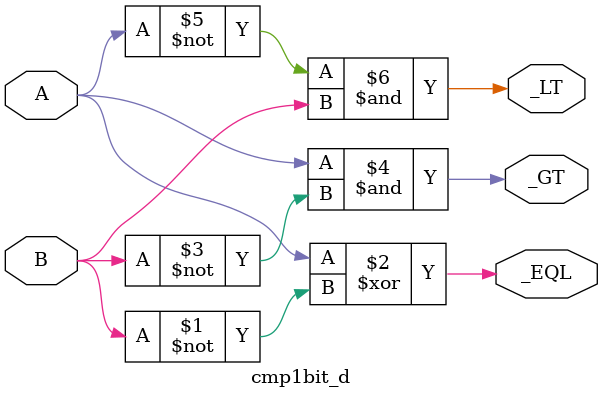
<source format=v>
/* 1 bit comparator in dataflow level */
module cmp1bit_d(A, B, _EQL, _GT, _LT);

    input   A, B;
    output  _EQL, _GT, _LT;
    wire    _EQL, _GT, _LT;
    
    assign  _EQL = A ^ ~B;
    assign  _GT = A & ~B;
    assign  _LT = ~A & B;

endmodule
    

</source>
